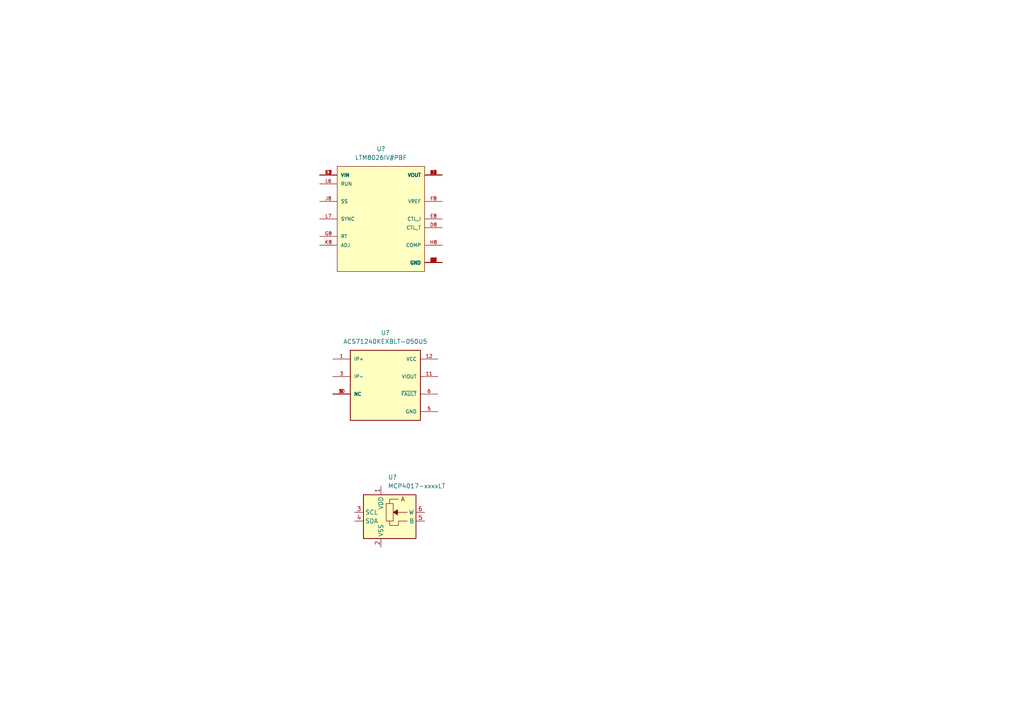
<source format=kicad_sch>
(kicad_sch (version 20211123) (generator eeschema)
  (paper "A4")
  (lib_symbols
    (symbol "ACS71240KEXBLT-050U5:ACS71240KEXBLT-050U5" (pin_names (offset 1.016))
      (property "Reference" "U" (at -10.16 10.668 0))
      (property "Value" "ACS71240KEXBLT-050U5" (at -10.16 -12.7 0))
      (symbol "ACS71240KEXBLT-050U5_0_0"
        (rectangle (start -10.16 -10.16) (end 10.16 10.16) (stroke (width 0.254)) (fill (type background)))
        (pin input line (at -15.24 7.62 0) (length 5.08) (name "IP+") (number "1"))
        (pin passive line (at -15.24 -2.54 0) (length 5.08) (name "NC") (number "10"))
        (pin output line (at 15.24 2.54 180) (length 5.08) (name "VIOUT") (number "11"))
        (pin power_in line (at 15.24 7.62 180) (length 5.08) (name "VCC") (number "12"))
        (pin input line (at -15.24 2.54 0) (length 5.08) (name "IP-") (number "3"))
        (pin power_in line (at 15.24 -7.62 180) (length 5.08) (name "GND") (number "5"))
        (pin passive line (at 15.24 -2.54 180) (length 5.08) (name "~{FAULT}") (number "6"))
        (pin passive line (at -15.24 -2.54 0) (length 5.08) (name "NC") (number "7"))
        (pin passive line (at -15.24 -2.54 0) (length 5.08) (name "NC") (number "8"))
        (pin passive line (at -15.24 -2.54 0) (length 5.08) (name "NC") (number "9"))
      )
    )
    (symbol "LTM8026IV_PBF:LTM8026IV#PBF" (pin_names (offset 1.016))
      (property "Reference" "U" (at -12.7 16.002 0))
      (property "Value" "LTM8026IV#PBF" (at -12.7 -17.78 0))
      (symbol "LTM8026IV#PBF_0_0"
        (rectangle (start -12.7 -15.24) (end 12.7 15.24) (stroke (width 0.1524)) (fill (type background)))
        (pin output line (at 17.78 12.7 180) (length 5.08) (name "VOUT") (number "A1"))
        (pin output line (at 17.78 12.7 180) (length 5.08) (name "VOUT") (number "A2"))
        (pin output line (at 17.78 12.7 180) (length 5.08) (name "VOUT") (number "A3"))
        (pin output line (at 17.78 12.7 180) (length 5.08) (name "VOUT") (number "A4"))
        (pin power_in line (at 17.78 -12.7 180) (length 5.08) (name "GND") (number "A5"))
        (pin power_in line (at 17.78 -12.7 180) (length 5.08) (name "GND") (number "A6"))
        (pin power_in line (at 17.78 -12.7 180) (length 5.08) (name "GND") (number "A7"))
        (pin power_in line (at 17.78 -12.7 180) (length 5.08) (name "GND") (number "A8"))
        (pin output line (at 17.78 12.7 180) (length 5.08) (name "VOUT") (number "B1"))
        (pin output line (at 17.78 12.7 180) (length 5.08) (name "VOUT") (number "B2"))
        (pin output line (at 17.78 12.7 180) (length 5.08) (name "VOUT") (number "B3"))
        (pin output line (at 17.78 12.7 180) (length 5.08) (name "VOUT") (number "B4"))
        (pin power_in line (at 17.78 -12.7 180) (length 5.08) (name "GND") (number "B5"))
        (pin power_in line (at 17.78 -12.7 180) (length 5.08) (name "GND") (number "B6"))
        (pin power_in line (at 17.78 -12.7 180) (length 5.08) (name "GND") (number "B7"))
        (pin power_in line (at 17.78 -12.7 180) (length 5.08) (name "GND") (number "B8"))
        (pin output line (at 17.78 12.7 180) (length 5.08) (name "VOUT") (number "C1"))
        (pin output line (at 17.78 12.7 180) (length 5.08) (name "VOUT") (number "C2"))
        (pin output line (at 17.78 12.7 180) (length 5.08) (name "VOUT") (number "C3"))
        (pin output line (at 17.78 12.7 180) (length 5.08) (name "VOUT") (number "C4"))
        (pin power_in line (at 17.78 -12.7 180) (length 5.08) (name "GND") (number "C5"))
        (pin power_in line (at 17.78 -12.7 180) (length 5.08) (name "GND") (number "C6"))
        (pin power_in line (at 17.78 -12.7 180) (length 5.08) (name "GND") (number "C7"))
        (pin power_in line (at 17.78 -12.7 180) (length 5.08) (name "GND") (number "C8"))
        (pin output line (at 17.78 12.7 180) (length 5.08) (name "VOUT") (number "D1"))
        (pin output line (at 17.78 12.7 180) (length 5.08) (name "VOUT") (number "D2"))
        (pin output line (at 17.78 12.7 180) (length 5.08) (name "VOUT") (number "D3"))
        (pin output line (at 17.78 12.7 180) (length 5.08) (name "VOUT") (number "D4"))
        (pin power_in line (at 17.78 -12.7 180) (length 5.08) (name "GND") (number "D5"))
        (pin power_in line (at 17.78 -12.7 180) (length 5.08) (name "GND") (number "D6"))
        (pin power_in line (at 17.78 -12.7 180) (length 5.08) (name "GND") (number "D7"))
        (pin passive line (at 17.78 -2.54 180) (length 5.08) (name "CTL_T") (number "D8"))
        (pin power_in line (at 17.78 -12.7 180) (length 5.08) (name "GND") (number "E1"))
        (pin power_in line (at 17.78 -12.7 180) (length 5.08) (name "GND") (number "E2"))
        (pin power_in line (at 17.78 -12.7 180) (length 5.08) (name "GND") (number "E3"))
        (pin power_in line (at 17.78 -12.7 180) (length 5.08) (name "GND") (number "E4"))
        (pin power_in line (at 17.78 -12.7 180) (length 5.08) (name "GND") (number "E5"))
        (pin power_in line (at 17.78 -12.7 180) (length 5.08) (name "GND") (number "E6"))
        (pin power_in line (at 17.78 -12.7 180) (length 5.08) (name "GND") (number "E7"))
        (pin passive line (at 17.78 0 180) (length 5.08) (name "CTL_I") (number "E8"))
        (pin power_in line (at 17.78 -12.7 180) (length 5.08) (name "GND") (number "F1"))
        (pin power_in line (at 17.78 -12.7 180) (length 5.08) (name "GND") (number "F2"))
        (pin power_in line (at 17.78 -12.7 180) (length 5.08) (name "GND") (number "F3"))
        (pin power_in line (at 17.78 -12.7 180) (length 5.08) (name "GND") (number "F4"))
        (pin power_in line (at 17.78 -12.7 180) (length 5.08) (name "GND") (number "F5"))
        (pin power_in line (at 17.78 -12.7 180) (length 5.08) (name "GND") (number "F6"))
        (pin power_in line (at 17.78 -12.7 180) (length 5.08) (name "GND") (number "F7"))
        (pin bidirectional line (at 17.78 5.08 180) (length 5.08) (name "VREF") (number "F8"))
        (pin power_in line (at 17.78 -12.7 180) (length 5.08) (name "GND") (number "G1"))
        (pin power_in line (at 17.78 -12.7 180) (length 5.08) (name "GND") (number "G2"))
        (pin power_in line (at 17.78 -12.7 180) (length 5.08) (name "GND") (number "G3"))
        (pin power_in line (at 17.78 -12.7 180) (length 5.08) (name "GND") (number "G4"))
        (pin power_in line (at 17.78 -12.7 180) (length 5.08) (name "GND") (number "G5"))
        (pin power_in line (at 17.78 -12.7 180) (length 5.08) (name "GND") (number "G6"))
        (pin power_in line (at 17.78 -12.7 180) (length 5.08) (name "GND") (number "G7"))
        (pin input line (at -17.78 -5.08 0) (length 5.08) (name "RT") (number "G8"))
        (pin power_in line (at 17.78 -12.7 180) (length 5.08) (name "GND") (number "H5"))
        (pin power_in line (at 17.78 -12.7 180) (length 5.08) (name "GND") (number "H6"))
        (pin power_in line (at 17.78 -12.7 180) (length 5.08) (name "GND") (number "H7"))
        (pin passive line (at 17.78 -7.62 180) (length 5.08) (name "COMP") (number "H8"))
        (pin input line (at -17.78 12.7 0) (length 5.08) (name "VIN") (number "J1"))
        (pin input line (at -17.78 12.7 0) (length 5.08) (name "VIN") (number "J2"))
        (pin input line (at -17.78 12.7 0) (length 5.08) (name "VIN") (number "J3"))
        (pin power_in line (at 17.78 -12.7 180) (length 5.08) (name "GND") (number "J5"))
        (pin power_in line (at 17.78 -12.7 180) (length 5.08) (name "GND") (number "J6"))
        (pin power_in line (at 17.78 -12.7 180) (length 5.08) (name "GND") (number "J7"))
        (pin input line (at -17.78 5.08 0) (length 5.08) (name "SS") (number "J8"))
        (pin input line (at -17.78 12.7 0) (length 5.08) (name "VIN") (number "K1"))
        (pin input line (at -17.78 12.7 0) (length 5.08) (name "VIN") (number "K2"))
        (pin input line (at -17.78 12.7 0) (length 5.08) (name "VIN") (number "K3"))
        (pin power_in line (at 17.78 -12.7 180) (length 5.08) (name "GND") (number "K5"))
        (pin power_in line (at 17.78 -12.7 180) (length 5.08) (name "GND") (number "K6"))
        (pin power_in line (at 17.78 -12.7 180) (length 5.08) (name "GND") (number "K7"))
        (pin input line (at -17.78 -7.62 0) (length 5.08) (name "ADJ") (number "K8"))
        (pin input line (at -17.78 12.7 0) (length 5.08) (name "VIN") (number "L1"))
        (pin input line (at -17.78 12.7 0) (length 5.08) (name "VIN") (number "L2"))
        (pin input line (at -17.78 12.7 0) (length 5.08) (name "VIN") (number "L3"))
        (pin power_in line (at 17.78 -12.7 180) (length 5.08) (name "GND") (number "L5"))
        (pin input line (at -17.78 10.16 0) (length 5.08) (name "RUN") (number "L6"))
        (pin input line (at -17.78 0 0) (length 5.08) (name "SYNC") (number "L7"))
        (pin power_in line (at 17.78 -12.7 180) (length 5.08) (name "GND") (number "L8"))
      )
    )
    (symbol "Potentiometer_Digital:MCP4017-xxxxLT"
      (property "Reference" "U" (at -7.62 8.89 0))
      (property "Value" "MCP4017-xxxxLT" (at 1.27 8.89 0))
      (symbol "MCP4017-xxxxLT_0_0"
        (polyline (pts (xy 0 5.08) (xy 0 6.35) (xy 2.54 6.35)))
        (polyline (pts (xy 5.08 0) (xy 2.54 0) (xy 2.54 -1.27) (xy 0 -1.27) (xy 0 0)))
        (text "A" (at 3.81 6.35 0) (effects (font (size 1.27 1.27))))
      )
      (symbol "MCP4017-xxxxLT_1_1"
        (rectangle (start -7.62 7.62) (end 7.62 -5.08) (stroke (width 0.254)) (fill (type background)))
        (polyline (pts (xy 5.08 2.54) (xy 2.286 2.54)))
        (polyline (pts (xy 2.286 1.778) (xy 2.286 3.302) (xy 1.016 2.54) (xy 2.286 1.778)) (fill (type outline)))
        (rectangle (start 1.016 0) (end -1.016 5.08))
        (pin power_in line (at -2.54 10.16 270) (length 2.54) (name "VDD") (number "1"))
        (pin power_in line (at -2.54 -7.62 90) (length 2.54) (name "VSS") (number "2"))
        (pin input line (at -10.16 2.54 0) (length 2.54) (name "SCL") (number "3"))
        (pin bidirectional line (at -10.16 0 0) (length 2.54) (name "SDA") (number "4"))
        (pin passive line (at 10.16 0 180) (length 2.54) (name "B") (number "5"))
        (pin passive line (at 10.16 2.54 180) (length 2.54) (name "W") (number "6"))
      )
    )
  )
  (symbol (lib_id "Potentiometer_Digital:MCP4017-xxxxLT") (at 113.03 151.13 0) (unit 1)
    (property "Reference" "U?" (at 112.5094 138.43 0) (effects (justify left)))
    (property "Value" "MCP4017-xxxxLT" (at 112.5094 140.97 0) (effects (justify left)))
    (property "Footprint" "Package_TO_SOT_SMD:SOT-363_SC-70-6" (effects hide))
    (property "Datasheet" "http://ww1.microchip.com/downloads/en/DeviceDoc/22147a.pdf" (effects hide))
  )
  (symbol (lib_id "LTM8026IV_PBF:LTM8026IV#PBF") (at 110.49 63.5 0) (unit 1)
    (property "Reference" "U?" (at 110.49 43.18 0))
    (property "Value" "LTM8026IV#PBF" (at 110.49 45.72 0))
    (property "Footprint" "LGA81C127P8X11_1125X1500X292N" (effects hide))
    (property "MANUFACTURER" "Analog Devices" (effects hide))
    (property "PARTREV" "D" (effects hide))
    (property "STANDARD" "IPC-7351B" (effects hide))
  )
  (symbol (lib_id "ACS71240KEXBLT-050U5:ACS71240KEXBLT-050U5") (at 111.76 111.76 0) (unit 1)
    (property "Reference" "U?" (at 111.76 96.52 0))
    (property "Value" "ACS71240KEXBLT-050U5" (at 111.76 99.06 0))
    (property "Footprint" "XDCR_ACS71240KEXBLT-050U5" (effects hide))
    (property "MAXIMUM_PACKAGE_HIEGHT" "0.8 MM" (effects hide))
    (property "MANUFACTURER" "Allegro MicroSystems" (effects hide))
    (property "PARTREV" "3" (effects hide))
    (property "STANDARD" "Manufacturer recommendations" (effects hide))
  )
)
</source>
